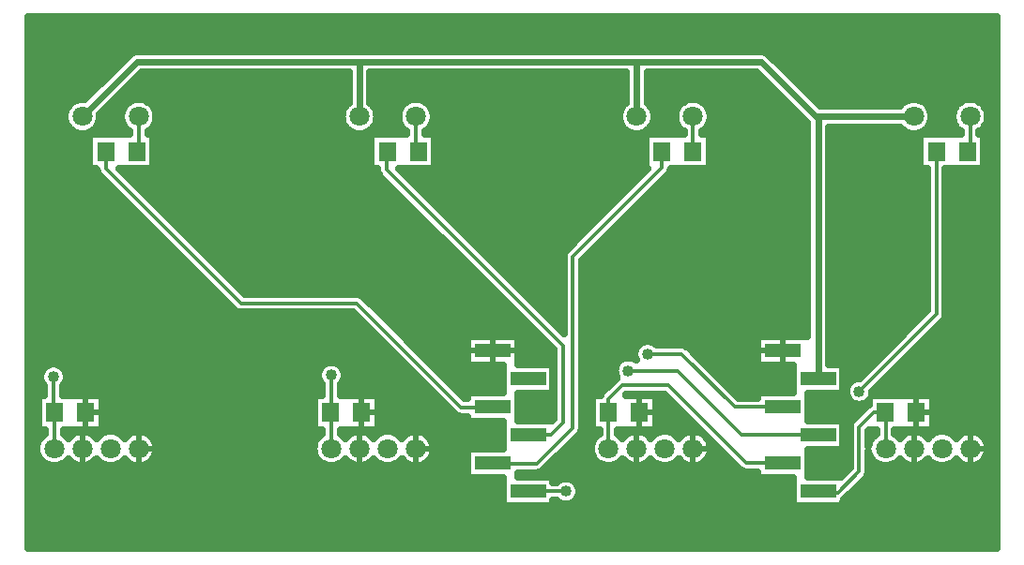
<source format=gbr>
G04 DipTrace 3.3.1.3*
G04 Bottom.gbr*
%MOIN*%
G04 #@! TF.FileFunction,Copper,L2,Bot*
G04 #@! TF.Part,Single*
G04 #@! TA.AperFunction,Conductor*
%ADD13C,0.012*%
%ADD14C,0.022*%
G04 #@! TA.AperFunction,CopperBalancing*
%ADD15C,0.025*%
%ADD16C,0.02*%
%ADD18R,0.125197X0.05*%
%ADD33R,0.062992X0.070866*%
G04 #@! TA.AperFunction,ComponentPad*
%ADD35C,0.070866*%
G04 #@! TA.AperFunction,ViaPad*
%ADD36C,0.04*%
%FSLAX26Y26*%
G04*
G70*
G90*
G75*
G01*
G04 Bottom*
%LPD*%
X918701Y1843701D2*
D13*
Y1784381D1*
X1398341Y1304740D1*
X1810181D1*
X2181461Y933461D1*
X2291340D1*
X2293706Y935827D1*
X2418903Y835827D2*
X2498786D1*
X2543381Y880421D1*
Y1151861D1*
X1916261Y1778980D1*
Y1841261D1*
X1918701Y1843701D1*
X2893701D2*
Y1786101D1*
X2577701Y1470101D1*
Y861701D1*
X2449781Y733781D1*
X2295752D1*
X2293706Y735827D1*
X3868701Y1843701D2*
Y1265062D1*
X3594820Y991181D1*
X2552740Y635501D2*
X2418577D1*
X2418903Y635827D1*
X3323228Y935827D2*
X3152535D1*
X2964581Y1123781D1*
X2842900D1*
X733781Y1042661D2*
Y911906D1*
X737451Y915576D1*
X735827Y787402D2*
Y913951D1*
X737451Y915576D1*
X3448425Y835827D2*
X3177655D1*
X2948980Y1064501D1*
X2774261D1*
X1719701Y1048900D2*
Y917618D1*
X1717659Y915576D1*
X1720079Y787402D2*
Y913156D1*
X1717659Y915576D1*
X2704118D2*
Y963159D1*
X2753980Y1013021D1*
X2916220D1*
X3192341Y736900D1*
X3322155D1*
X3323228Y735827D1*
X2704331Y787402D2*
Y915364D1*
X2704118Y915576D1*
X3687451D2*
X3645576D1*
X3594820Y864820D1*
Y705699D1*
X3519941Y630820D1*
X3453432D1*
X3448425Y635827D1*
X3688583Y787402D2*
Y914445D1*
X3687451Y915576D1*
X3448425Y1035827D2*
D14*
Y1961375D1*
X3441298Y1968503D1*
X3247059Y2162741D1*
X2804331D1*
X1820079D1*
X1030066D1*
X835827Y1968503D1*
X1820079D2*
Y2162741D1*
X2804331Y1968503D2*
Y2162741D1*
X3788583Y1968503D2*
X3441298D1*
X1035827Y1968504D2*
D13*
Y1850591D1*
X1028937Y1843701D1*
X2020079Y1968504D2*
Y1852559D1*
X2028937Y1843701D1*
X3004331Y1968504D2*
Y1844094D1*
X3003937Y1843701D1*
X3988583Y1968504D2*
Y1853346D1*
X3978937Y1843701D1*
D36*
X3594820Y991181D3*
X2552740Y635501D3*
X2842900Y1123781D3*
X733781Y1042661D3*
X2774261Y1064501D3*
X1719701Y1048900D3*
X644939Y2297277D2*
D15*
X4079474D1*
X644939Y2272408D2*
X4079474D1*
X644939Y2247539D2*
X4079474D1*
X644939Y2222671D2*
X4079474D1*
X644939Y2197802D2*
X1014283D1*
X3262834D2*
X4079474D1*
X644939Y2172933D2*
X984750D1*
X3292403D2*
X4079474D1*
X644939Y2148064D2*
X959883D1*
X3317270D2*
X4079474D1*
X644939Y2123196D2*
X935015D1*
X1046053D2*
X1780087D1*
X1860085D2*
X2764355D1*
X2844317D2*
X3231100D1*
X3342138D2*
X4079474D1*
X644939Y2098327D2*
X910111D1*
X1021185D2*
X1780087D1*
X1860085D2*
X2764355D1*
X2844317D2*
X3255968D1*
X3367006D2*
X4079474D1*
X644939Y2073458D2*
X885243D1*
X996317D2*
X1780087D1*
X1860085D2*
X2764355D1*
X2844317D2*
X3280836D1*
X3391874D2*
X4079474D1*
X644939Y2048589D2*
X860376D1*
X971449D2*
X1780087D1*
X1860085D2*
X2764355D1*
X2844317D2*
X3305704D1*
X3416741D2*
X4079474D1*
X644939Y2023720D2*
X805294D1*
X946582D2*
X1005276D1*
X1066363D2*
X1780087D1*
X1860085D2*
X1989543D1*
X2050595D2*
X2764355D1*
X2844317D2*
X2973811D1*
X3034862D2*
X3330571D1*
X3441609D2*
X3758060D1*
X3819111D2*
X3958042D1*
X4019129D2*
X4079474D1*
X644939Y1998852D2*
X779349D1*
X921714D2*
X979332D1*
X1092307D2*
X1763617D1*
X1876556D2*
X1963599D1*
X2076575D2*
X2747848D1*
X2860824D2*
X2947867D1*
X3060806D2*
X3355439D1*
X3845055D2*
X3932098D1*
X4045074D2*
X4079474D1*
X644939Y1973983D2*
X771634D1*
X900004D2*
X971653D1*
X1100022D2*
X1755902D1*
X1884271D2*
X1955884D1*
X2084254D2*
X2740133D1*
X2868503D2*
X2940151D1*
X3068521D2*
X3380307D1*
X3852770D2*
X3924383D1*
X4052753D2*
X4079474D1*
X644939Y1949114D2*
X774505D1*
X897133D2*
X974523D1*
X1097152D2*
X1758772D1*
X1881401D2*
X1958755D1*
X2081383D2*
X2743004D1*
X2865632D2*
X2943022D1*
X3065651D2*
X3405175D1*
X3849899D2*
X3927254D1*
X4049882D2*
X4079474D1*
X644939Y1924245D2*
X790007D1*
X881631D2*
X990025D1*
X1081650D2*
X1774274D1*
X1865899D2*
X1974257D1*
X2065881D2*
X2758506D1*
X2850130D2*
X2958524D1*
X3050149D2*
X3408440D1*
X3488402D2*
X3742773D1*
X3834397D2*
X3942756D1*
X4034380D2*
X4079474D1*
X644939Y1899377D2*
X858223D1*
X1089437D2*
X1858207D1*
X2089421D2*
X2833217D1*
X3064430D2*
X3408440D1*
X3488402D2*
X3808226D1*
X4039440D2*
X4079474D1*
X644939Y1874508D2*
X858223D1*
X1089437D2*
X1858207D1*
X2089421D2*
X2833217D1*
X3064430D2*
X3408440D1*
X3488402D2*
X3808226D1*
X4039440D2*
X4079474D1*
X644939Y1849639D2*
X858223D1*
X1089437D2*
X1858207D1*
X2089421D2*
X2833217D1*
X3064430D2*
X3408440D1*
X3488402D2*
X3808226D1*
X4039440D2*
X4079474D1*
X644939Y1824770D2*
X858223D1*
X1089437D2*
X1858207D1*
X2089421D2*
X2833217D1*
X3064430D2*
X3408440D1*
X3488402D2*
X3808226D1*
X4039440D2*
X4079474D1*
X644939Y1799902D2*
X858223D1*
X1089437D2*
X1858207D1*
X2089421D2*
X2833217D1*
X3064430D2*
X3408440D1*
X3488402D2*
X3808226D1*
X4039440D2*
X4079474D1*
X644939Y1775033D2*
X885100D1*
X976509D2*
X1881496D1*
X1968671D2*
X2834185D1*
X2926743D2*
X3408440D1*
X3488402D2*
X3833704D1*
X3903690D2*
X4079474D1*
X644939Y1750164D2*
X904477D1*
X1001377D2*
X1896639D1*
X1993539D2*
X2809318D1*
X2906217D2*
X3408440D1*
X3488402D2*
X3833704D1*
X3903690D2*
X4079474D1*
X644939Y1725295D2*
X929345D1*
X1026245D2*
X1921507D1*
X2018406D2*
X2784450D1*
X2881349D2*
X3408440D1*
X3488402D2*
X3833704D1*
X3903690D2*
X4079474D1*
X644939Y1700427D2*
X954213D1*
X1051112D2*
X1946375D1*
X2043274D2*
X2759582D1*
X2856482D2*
X3408440D1*
X3488402D2*
X3833704D1*
X3903690D2*
X4079474D1*
X644939Y1675558D2*
X979081D1*
X1075980D2*
X1971243D1*
X2068142D2*
X2734714D1*
X2831614D2*
X3408440D1*
X3488402D2*
X3833704D1*
X3903690D2*
X4079474D1*
X644939Y1650689D2*
X1003948D1*
X1100848D2*
X1996110D1*
X2093010D2*
X2709847D1*
X2806746D2*
X3408440D1*
X3488402D2*
X3833704D1*
X3903690D2*
X4079474D1*
X644939Y1625820D2*
X1028816D1*
X1125716D2*
X2020978D1*
X2117877D2*
X2684979D1*
X2781878D2*
X3408440D1*
X3488402D2*
X3833704D1*
X3903690D2*
X4079474D1*
X644939Y1600951D2*
X1053684D1*
X1150583D2*
X2045846D1*
X2142745D2*
X2660111D1*
X2757011D2*
X3408440D1*
X3488402D2*
X3833704D1*
X3903690D2*
X4079474D1*
X644939Y1576083D2*
X1078552D1*
X1175451D2*
X2070713D1*
X2167613D2*
X2635243D1*
X2732143D2*
X3408440D1*
X3488402D2*
X3833704D1*
X3903690D2*
X4079474D1*
X644939Y1551214D2*
X1103419D1*
X1200319D2*
X2095581D1*
X2192481D2*
X2610376D1*
X2707275D2*
X3408440D1*
X3488402D2*
X3833704D1*
X3903690D2*
X4079474D1*
X644939Y1526345D2*
X1128287D1*
X1225186D2*
X2120449D1*
X2217348D2*
X2585508D1*
X2682407D2*
X3408440D1*
X3488402D2*
X3833704D1*
X3903690D2*
X4079474D1*
X644939Y1501476D2*
X1153155D1*
X1250054D2*
X2145317D1*
X2242216D2*
X2560640D1*
X2657540D2*
X3408440D1*
X3488402D2*
X3833704D1*
X3903690D2*
X4079474D1*
X644939Y1476608D2*
X1178023D1*
X1274922D2*
X2170184D1*
X2267084D2*
X2543380D1*
X2632672D2*
X3408440D1*
X3488402D2*
X3833704D1*
X3903690D2*
X4079474D1*
X644939Y1451739D2*
X1202890D1*
X1299790D2*
X2195052D1*
X2291952D2*
X2542698D1*
X2612684D2*
X3408440D1*
X3488402D2*
X3833704D1*
X3903690D2*
X4079474D1*
X644939Y1426870D2*
X1227758D1*
X1324657D2*
X2219920D1*
X2316819D2*
X2542698D1*
X2612684D2*
X3408440D1*
X3488402D2*
X3833704D1*
X3903690D2*
X4079474D1*
X644939Y1402001D2*
X1252626D1*
X1349525D2*
X2244788D1*
X2341687D2*
X2542698D1*
X2612684D2*
X3408440D1*
X3488402D2*
X3833704D1*
X3903690D2*
X4079474D1*
X644939Y1377133D2*
X1277494D1*
X1374393D2*
X2269655D1*
X2366555D2*
X2542698D1*
X2612684D2*
X3408440D1*
X3488402D2*
X3833704D1*
X3903690D2*
X4079474D1*
X644939Y1352264D2*
X1302361D1*
X1399261D2*
X2294523D1*
X2391423D2*
X2542698D1*
X2612684D2*
X3408440D1*
X3488402D2*
X3833704D1*
X3903690D2*
X4079474D1*
X644939Y1327395D2*
X1327229D1*
X1835971D2*
X2319391D1*
X2416290D2*
X2542698D1*
X2612684D2*
X3408440D1*
X3488402D2*
X3833704D1*
X3903690D2*
X4079474D1*
X644939Y1302526D2*
X1352097D1*
X1860839D2*
X2344259D1*
X2441158D2*
X2542698D1*
X2612684D2*
X3408440D1*
X3488402D2*
X3833704D1*
X3903690D2*
X4079474D1*
X644939Y1277657D2*
X1377897D1*
X1885707D2*
X2369126D1*
X2466026D2*
X2542698D1*
X2612684D2*
X3408440D1*
X3488402D2*
X3832842D1*
X3903690D2*
X4079474D1*
X644939Y1252789D2*
X1813675D1*
X1910574D2*
X2393994D1*
X2490894D2*
X2542698D1*
X2612684D2*
X3408440D1*
X3488402D2*
X3807975D1*
X3901286D2*
X4079474D1*
X644939Y1227920D2*
X1838543D1*
X1935442D2*
X2418862D1*
X2515761D2*
X2542698D1*
X2612684D2*
X3408440D1*
X3488402D2*
X3783107D1*
X3880006D2*
X4079474D1*
X644939Y1203051D2*
X1863411D1*
X1960310D2*
X2443730D1*
X2612684D2*
X3408440D1*
X3488402D2*
X3758239D1*
X3855139D2*
X4079474D1*
X644939Y1178182D2*
X1888278D1*
X1985178D2*
X2202121D1*
X2385286D2*
X2468597D1*
X2612684D2*
X3231639D1*
X3488402D2*
X3733371D1*
X3830271D2*
X4079474D1*
X644939Y1153314D2*
X1913146D1*
X2010045D2*
X2202121D1*
X2385286D2*
X2493465D1*
X2612684D2*
X2804509D1*
X2980641D2*
X3231639D1*
X3488402D2*
X3708504D1*
X3805403D2*
X4079474D1*
X644939Y1128445D2*
X1938014D1*
X2034913D2*
X2202121D1*
X2385286D2*
X2508393D1*
X2612684D2*
X2794139D1*
X3008379D2*
X3231639D1*
X3488402D2*
X3683636D1*
X3780535D2*
X4079474D1*
X644939Y1103576D2*
X1962882D1*
X2059781D2*
X2202121D1*
X2385286D2*
X2508393D1*
X2612684D2*
X2746556D1*
X3033247D2*
X3231639D1*
X3488402D2*
X3658768D1*
X3755668D2*
X4079474D1*
X644939Y1078707D2*
X701911D1*
X765654D2*
X1681514D1*
X1757887D2*
X1987749D1*
X2084649D2*
X2327321D1*
X2612684D2*
X2727502D1*
X3058115D2*
X3356839D1*
X3540004D2*
X3633900D1*
X3730800D2*
X4079474D1*
X644939Y1053839D2*
X686158D1*
X781407D2*
X1670964D1*
X1768437D2*
X2012617D1*
X2109516D2*
X2327321D1*
X2612684D2*
X2726497D1*
X3082983D2*
X3356839D1*
X3540004D2*
X3609033D1*
X3705932D2*
X4079474D1*
X644939Y1028970D2*
X686840D1*
X780725D2*
X1675198D1*
X1764203D2*
X2037485D1*
X2134420D2*
X2327321D1*
X2612684D2*
X2721473D1*
X3107850D2*
X3356839D1*
X3540004D2*
X3565254D1*
X3681064D2*
X4079474D1*
X644939Y1004101D2*
X698789D1*
X768776D2*
X1684707D1*
X1754694D2*
X2062352D1*
X2159288D2*
X2327321D1*
X2612684D2*
X2696605D1*
X3132718D2*
X3356839D1*
X3656197D2*
X4079474D1*
X644939Y979232D2*
X698789D1*
X768776D2*
X1684707D1*
X1754694D2*
X2087220D1*
X2184155D2*
X2202121D1*
X2385286D2*
X2508393D1*
X2612684D2*
X2673388D1*
X2768637D2*
X2901576D1*
X3157586D2*
X3231639D1*
X3414804D2*
X3547384D1*
X3642238D2*
X4079474D1*
X644939Y954364D2*
X676972D1*
X908186D2*
X1657184D1*
X1888398D2*
X2112124D1*
X2385286D2*
X2508393D1*
X2612684D2*
X2643640D1*
X2874854D2*
X2926444D1*
X3414804D2*
X3563926D1*
X3858189D2*
X4079474D1*
X644939Y929495D2*
X676972D1*
X908186D2*
X1657184D1*
X1888398D2*
X2136992D1*
X2385286D2*
X2508393D1*
X2612684D2*
X2643640D1*
X2874854D2*
X2951311D1*
X3414804D2*
X3611042D1*
X3858189D2*
X4079474D1*
X644939Y904626D2*
X676972D1*
X908186D2*
X1657184D1*
X1888398D2*
X2163976D1*
X2385286D2*
X2508393D1*
X2612684D2*
X2643640D1*
X2874854D2*
X2976179D1*
X3414804D2*
X3586174D1*
X3858189D2*
X4079474D1*
X644939Y879757D2*
X676972D1*
X908186D2*
X1657184D1*
X1888398D2*
X2327321D1*
X2612684D2*
X2643640D1*
X2874854D2*
X3001047D1*
X3540004D2*
X3563460D1*
X3858189D2*
X4079474D1*
X644939Y854888D2*
X676972D1*
X908186D2*
X1657184D1*
X1888398D2*
X2327321D1*
X2611967D2*
X2643640D1*
X2874854D2*
X3025915D1*
X3540004D2*
X3559835D1*
X3858189D2*
X4079474D1*
X644939Y830020D2*
X688383D1*
X1083265D2*
X1672650D1*
X2067496D2*
X2327321D1*
X2594455D2*
X2656918D1*
X3540004D2*
X3559835D1*
X4035995D2*
X4079474D1*
X644939Y805151D2*
X673993D1*
X1097654D2*
X1658261D1*
X2081921D2*
X2327321D1*
X2569588D2*
X2642492D1*
X3540004D2*
X3559835D1*
X4050420D2*
X4079474D1*
X644939Y780282D2*
X671804D1*
X1099843D2*
X1656072D1*
X2084110D2*
X2202121D1*
X2544720D2*
X2640303D1*
X3068342D2*
X3100518D1*
X3414804D2*
X3559835D1*
X4052609D2*
X4079474D1*
X644939Y755413D2*
X680309D1*
X1091338D2*
X1664540D1*
X2075606D2*
X2202121D1*
X2519852D2*
X2648808D1*
X3059837D2*
X3125386D1*
X3414804D2*
X3559835D1*
X4044105D2*
X4079474D1*
X644939Y730545D2*
X708801D1*
X762855D2*
X808774D1*
X862864D2*
X908784D1*
X962873D2*
X1008793D1*
X1062846D2*
X1693032D1*
X1747122D2*
X1793042D1*
X1847131D2*
X1893051D1*
X1947105D2*
X1993060D1*
X2047114D2*
X2202121D1*
X2494984D2*
X2677300D1*
X2731353D2*
X2777309D1*
X2831363D2*
X2877282D1*
X2931372D2*
X2977292D1*
X3031381D2*
X3150253D1*
X3414804D2*
X3559835D1*
X3629822D2*
X3661531D1*
X3715621D2*
X3761540D1*
X3815630D2*
X3861550D1*
X3915603D2*
X3961559D1*
X4015613D2*
X4079474D1*
X644939Y705676D2*
X2202121D1*
X2468574D2*
X3180863D1*
X3414804D2*
X3546343D1*
X3629822D2*
X4079474D1*
X644939Y680807D2*
X2327321D1*
X2510486D2*
X2539792D1*
X2565676D2*
X3356839D1*
X3618375D2*
X4079474D1*
X644939Y655938D2*
X2327321D1*
X2597003D2*
X3356839D1*
X3593507D2*
X4079474D1*
X644939Y631070D2*
X2327321D1*
X2601524D2*
X3356839D1*
X3568639D2*
X4079474D1*
X644939Y606201D2*
X2327321D1*
X2591333D2*
X3356839D1*
X3543628D2*
X4079474D1*
X644939Y581332D2*
X4079474D1*
X644939Y556463D2*
X4079474D1*
X644939Y531594D2*
X4079474D1*
X644939Y506726D2*
X4079474D1*
X644939Y481857D2*
X4079474D1*
X644939Y456988D2*
X4079474D1*
X3412336Y687319D2*
X3530466D1*
X3562303Y719134D1*
X3562428Y867370D1*
X3563226Y872405D1*
X3564801Y877254D1*
X3567116Y881797D1*
X3570113Y885922D1*
X3617315Y933266D1*
X3624474Y940283D1*
X3628608Y943285D1*
X3629463Y945514D1*
Y960191D1*
X3625014Y955828D1*
X3619112Y951540D1*
X3612612Y948228D1*
X3605674Y945974D1*
X3598468Y944832D1*
X3591172D1*
X3583967Y945974D1*
X3577028Y948228D1*
X3570528Y951540D1*
X3564626Y955828D1*
X3559467Y960987D1*
X3555179Y966889D1*
X3551867Y973389D1*
X3549613Y980328D1*
X3548471Y987533D1*
Y994829D1*
X3549613Y1002034D1*
X3551867Y1008973D1*
X3555179Y1015473D1*
X3559467Y1021375D1*
X3564626Y1026534D1*
X3570528Y1030822D1*
X3577028Y1034134D1*
X3583967Y1036389D1*
X3591172Y1037530D1*
X3595347Y1037653D1*
X3836216Y1278528D1*
X3836209Y1781758D1*
X3810713Y1781776D1*
Y1905626D1*
X3956080D1*
X3956090Y1915821D1*
X3948365Y1921416D1*
X3941494Y1928287D1*
X3935783Y1936148D1*
X3931371Y1944806D1*
X3928368Y1954048D1*
X3926848Y1963645D1*
Y1973363D1*
X3928368Y1982960D1*
X3931371Y1992202D1*
X3935783Y2000860D1*
X3941494Y2008721D1*
X3948365Y2015592D1*
X3956227Y2021304D1*
X3964885Y2025715D1*
X3974127Y2028718D1*
X3983724Y2030238D1*
X3993441D1*
X4003039Y2028718D1*
X4012280Y2025715D1*
X4020939Y2021304D1*
X4028800Y2015592D1*
X4035671Y2008721D1*
X4041383Y2000860D1*
X4045794Y1992202D1*
X4048797Y1982960D1*
X4050317Y1973363D1*
Y1963645D1*
X4048797Y1954048D1*
X4045794Y1944806D1*
X4041383Y1936148D1*
X4035671Y1928287D1*
X4028800Y1921416D1*
X4021081Y1915799D1*
X4021075Y1905599D1*
X4036925Y1905626D1*
Y1781776D1*
X3901175D1*
X3901093Y1262512D1*
X3900295Y1257477D1*
X3898720Y1252627D1*
X3896405Y1248085D1*
X3893408Y1243960D1*
X3846206Y1196616D1*
X3641311Y991721D1*
X3640740Y983908D1*
X3639234Y977514D1*
X3855676Y977501D1*
Y853651D1*
X3721074D1*
X3721075Y840129D1*
X3728800Y834490D1*
X3735671Y827619D1*
X3738575Y823935D1*
X3743065Y829388D1*
X3748357Y834482D1*
X3754214Y838914D1*
X3760554Y842621D1*
X3767289Y845551D1*
X3774324Y847663D1*
X3781559Y848927D1*
X3788893Y849326D1*
X3796223Y848854D1*
X3803445Y847517D1*
X3810458Y845334D1*
X3817163Y842337D1*
X3823466Y838567D1*
X3829279Y834077D1*
X3834519Y828930D1*
X3838575Y823935D1*
X3844795Y831189D1*
X3852184Y837500D1*
X3860469Y842577D1*
X3869447Y846296D1*
X3878895Y848564D1*
X3888583Y849327D1*
X3898270Y848564D1*
X3907719Y846296D1*
X3916696Y842577D1*
X3924981Y837500D1*
X3932370Y831189D1*
X3938575Y823935D1*
X3943065Y829388D1*
X3948357Y834482D1*
X3954214Y838914D1*
X3960554Y842621D1*
X3967289Y845551D1*
X3974324Y847663D1*
X3981559Y848927D1*
X3988893Y849326D1*
X3996223Y848854D1*
X4003445Y847517D1*
X4010458Y845334D1*
X4017163Y842337D1*
X4023466Y838567D1*
X4029279Y834077D1*
X4034519Y828930D1*
X4039113Y823199D1*
X4042995Y816965D1*
X4046113Y810314D1*
X4048421Y803342D1*
X4049888Y796145D1*
X4050492Y788825D1*
X4050263Y781897D1*
X4049177Y774633D1*
X4047239Y767548D1*
X4044476Y760743D1*
X4040927Y754313D1*
X4036641Y748348D1*
X4031679Y742933D1*
X4026111Y738143D1*
X4020015Y734047D1*
X4013476Y730700D1*
X4006588Y728152D1*
X3999446Y726437D1*
X3992152Y725579D1*
X3984807Y725592D1*
X3977515Y726473D1*
X3970379Y728212D1*
X3963500Y730784D1*
X3956973Y734152D1*
X3950890Y738269D1*
X3945338Y743077D1*
X3940394Y748509D1*
X3938585Y750875D1*
X3932370Y743614D1*
X3924981Y737303D1*
X3916696Y732226D1*
X3907719Y728507D1*
X3898270Y726239D1*
X3888583Y725476D1*
X3878895Y726239D1*
X3869447Y728507D1*
X3860469Y732226D1*
X3852184Y737303D1*
X3844795Y743614D1*
X3838590Y750869D1*
X3834240Y745567D1*
X3828966Y740456D1*
X3823124Y736005D1*
X3816795Y732276D1*
X3810070Y729324D1*
X3803043Y727188D1*
X3795812Y725900D1*
X3788479Y725476D1*
X3781148Y725924D1*
X3773922Y727237D1*
X3766901Y729396D1*
X3760186Y732371D1*
X3753870Y736120D1*
X3748043Y740591D1*
X3742786Y745720D1*
X3738585Y750875D1*
X3732370Y743614D1*
X3724981Y737303D1*
X3716696Y732226D1*
X3707719Y728507D1*
X3698270Y726239D1*
X3688583Y725476D1*
X3678895Y726239D1*
X3669447Y728507D1*
X3660469Y732226D1*
X3652184Y737303D1*
X3644795Y743614D1*
X3638484Y751003D1*
X3633407Y759288D1*
X3629688Y768266D1*
X3627420Y777714D1*
X3627312Y763770D1*
X3627212Y703150D1*
X3626415Y698114D1*
X3624839Y693265D1*
X3622524Y688722D1*
X3619527Y684597D1*
X3572326Y637254D1*
X3541043Y606113D1*
X3539031Y604528D1*
X3537516Y595455D1*
Y584335D1*
X3359335D1*
Y684344D1*
X3234138Y684335D1*
Y704394D1*
X3189792Y704508D1*
X3184756Y705306D1*
X3179907Y706881D1*
X3175364Y709196D1*
X3171239Y712193D1*
X3123896Y759395D1*
X2902762Y980529D1*
X2767409D1*
X2767390Y977501D1*
X2872343D1*
Y853651D1*
X2736808D1*
X2736823Y840114D1*
X2744548Y834490D1*
X2751419Y827619D1*
X2754323Y823935D1*
X2758813Y829388D1*
X2764105Y834482D1*
X2769962Y838914D1*
X2776302Y842621D1*
X2783037Y845551D1*
X2790072Y847663D1*
X2797307Y848927D1*
X2804641Y849326D1*
X2811971Y848854D1*
X2819193Y847517D1*
X2826206Y845334D1*
X2832911Y842337D1*
X2839214Y838567D1*
X2845027Y834077D1*
X2850267Y828930D1*
X2854323Y823935D1*
X2860543Y831189D1*
X2867932Y837500D1*
X2876217Y842577D1*
X2885195Y846296D1*
X2894643Y848564D1*
X2904331Y849327D1*
X2914018Y848564D1*
X2923467Y846296D1*
X2932444Y842577D1*
X2940729Y837500D1*
X2948118Y831189D1*
X2954323Y823935D1*
X2958813Y829388D1*
X2964105Y834482D1*
X2969962Y838914D1*
X2976302Y842621D1*
X2983037Y845551D1*
X2990072Y847663D1*
X2997307Y848927D1*
X3004641Y849326D1*
X3011971Y848854D1*
X3019193Y847517D1*
X3026206Y845334D1*
X3032911Y842337D1*
X3039214Y838567D1*
X3045027Y834077D1*
X3050267Y828930D1*
X3054861Y823199D1*
X3058744Y816965D1*
X3061861Y810314D1*
X3064169Y803342D1*
X3065636Y796145D1*
X3066240Y788825D1*
X3066011Y781897D1*
X3064925Y774633D1*
X3062987Y767548D1*
X3060224Y760743D1*
X3056675Y754313D1*
X3052389Y748348D1*
X3047427Y742933D1*
X3041859Y738143D1*
X3035763Y734047D1*
X3029225Y730700D1*
X3022336Y728152D1*
X3015194Y726437D1*
X3007900Y725579D1*
X3000555Y725592D1*
X2993263Y726473D1*
X2986127Y728212D1*
X2979248Y730784D1*
X2972721Y734152D1*
X2966638Y738269D1*
X2961086Y743077D1*
X2956142Y748509D1*
X2954333Y750875D1*
X2948118Y743614D1*
X2940729Y737303D1*
X2932444Y732226D1*
X2923467Y728507D1*
X2914018Y726239D1*
X2904331Y725476D1*
X2894643Y726239D1*
X2885195Y728507D1*
X2876217Y732226D1*
X2867932Y737303D1*
X2860543Y743614D1*
X2854338Y750869D1*
X2849988Y745567D1*
X2844714Y740456D1*
X2838872Y736005D1*
X2832543Y732276D1*
X2825818Y729324D1*
X2818791Y727188D1*
X2811560Y725900D1*
X2804227Y725476D1*
X2796896Y725924D1*
X2789670Y727237D1*
X2782649Y729396D1*
X2775934Y732371D1*
X2769618Y736120D1*
X2763791Y740591D1*
X2758534Y745720D1*
X2754333Y750875D1*
X2748118Y743614D1*
X2740729Y737303D1*
X2732444Y732226D1*
X2723467Y728507D1*
X2714018Y726239D1*
X2704331Y725476D1*
X2694643Y726239D1*
X2685195Y728507D1*
X2676217Y732226D1*
X2667932Y737303D1*
X2660543Y743614D1*
X2654232Y751003D1*
X2649155Y759288D1*
X2645436Y768266D1*
X2643168Y777714D1*
X2642406Y787402D1*
X2643168Y797089D1*
X2645436Y806538D1*
X2649155Y815515D1*
X2654232Y823800D1*
X2660543Y831189D1*
X2667932Y837500D1*
X2671833Y840107D1*
X2671839Y853680D1*
X2646130Y853651D1*
Y977501D1*
X2674945D1*
X2677831Y982257D1*
X2681143Y986134D1*
X2732878Y1037728D1*
X2734890Y1039313D1*
X2732836Y1043394D1*
X2730045Y1050134D1*
X2728341Y1057228D1*
X2727769Y1064501D1*
X2728341Y1071774D1*
X2730045Y1078868D1*
X2732836Y1085608D1*
X2736648Y1091829D1*
X2741386Y1097376D1*
X2746934Y1102114D1*
X2753154Y1105926D1*
X2759894Y1108718D1*
X2766988Y1110421D1*
X2774261Y1110993D1*
X2781534Y1110421D1*
X2788628Y1108718D1*
X2795368Y1105926D1*
X2801891Y1101876D1*
X2798684Y1109414D1*
X2796981Y1116508D1*
X2796408Y1123781D1*
X2796981Y1131054D1*
X2798684Y1138148D1*
X2801475Y1144888D1*
X2805287Y1151108D1*
X2810025Y1156656D1*
X2815573Y1161394D1*
X2821793Y1165206D1*
X2828533Y1167997D1*
X2835627Y1169701D1*
X2842900Y1170273D1*
X2850173Y1169701D1*
X2857267Y1167997D1*
X2864007Y1165206D1*
X2870228Y1161394D1*
X2876133Y1156268D1*
X2967131Y1156173D1*
X2972167Y1155375D1*
X2977016Y1153800D1*
X2981558Y1151485D1*
X2985683Y1148488D1*
X3033027Y1101286D1*
X3166012Y968301D1*
X3234172Y968319D1*
X3234138Y987319D1*
X3359338D1*
X3359335Y1084344D1*
X3234138Y1084335D1*
Y1187319D1*
X3410931D1*
X3410933Y1945814D1*
X3231511Y2125268D1*
X2841819Y2125249D1*
X2841823Y2017805D1*
X2848118Y2012290D1*
X2854429Y2004901D1*
X2859506Y1996616D1*
X2863225Y1987639D1*
X2865494Y1978190D1*
X2866256Y1968503D1*
X2865494Y1958815D1*
X2863225Y1949367D1*
X2859506Y1940389D1*
X2854429Y1932104D1*
X2848118Y1924715D1*
X2840729Y1918404D1*
X2832444Y1913327D1*
X2823467Y1909608D1*
X2814018Y1907340D1*
X2804331Y1906577D1*
X2794643Y1907340D1*
X2785195Y1909608D1*
X2776217Y1913327D1*
X2767932Y1918404D1*
X2760543Y1924715D1*
X2754232Y1932104D1*
X2749155Y1940389D1*
X2745436Y1949367D1*
X2743168Y1958815D1*
X2742406Y1968503D1*
X2743168Y1978190D1*
X2745436Y1987639D1*
X2749155Y1996616D1*
X2754232Y2004901D1*
X2760543Y2012290D1*
X2766843Y2017743D1*
X2766839Y2125281D1*
X1857598Y2125249D1*
X1857571Y2017805D1*
X1863866Y2012290D1*
X1870177Y2004901D1*
X1875254Y1996616D1*
X1878973Y1987639D1*
X1881242Y1978190D1*
X1882004Y1968503D1*
X1881242Y1958815D1*
X1878973Y1949367D1*
X1875254Y1940389D1*
X1870177Y1932104D1*
X1863866Y1924715D1*
X1856477Y1918404D1*
X1848192Y1913327D1*
X1839215Y1909608D1*
X1829766Y1907340D1*
X1820079Y1906577D1*
X1810392Y1907340D1*
X1800943Y1909608D1*
X1791965Y1913327D1*
X1783680Y1918404D1*
X1776291Y1924715D1*
X1769980Y1932104D1*
X1764903Y1940389D1*
X1761184Y1949367D1*
X1758916Y1958815D1*
X1758154Y1968503D1*
X1758916Y1978190D1*
X1761184Y1987639D1*
X1764903Y1996616D1*
X1769980Y2004901D1*
X1776291Y2012290D1*
X1782591Y2017743D1*
X1782587Y2125281D1*
X1045590Y2125249D1*
X897203Y1976857D1*
X897752Y1968503D1*
X896990Y1958815D1*
X894721Y1949367D1*
X891003Y1940389D1*
X885925Y1932104D1*
X879614Y1924715D1*
X872225Y1918404D1*
X863940Y1913327D1*
X854963Y1909608D1*
X845514Y1907340D1*
X835827Y1906577D1*
X826140Y1907340D1*
X816691Y1909608D1*
X807713Y1913327D1*
X799428Y1918404D1*
X792039Y1924715D1*
X785728Y1932104D1*
X780651Y1940389D1*
X776932Y1949367D1*
X774664Y1958815D1*
X773902Y1968503D1*
X774664Y1978190D1*
X776932Y1987639D1*
X780651Y1996616D1*
X785728Y2004901D1*
X792039Y2012290D1*
X799428Y2018601D1*
X807713Y2023678D1*
X816691Y2027397D1*
X826140Y2029665D1*
X835827Y2030428D1*
X844137Y2029828D1*
X1005716Y2191251D1*
X1010476Y2194709D1*
X1015718Y2197380D1*
X1021313Y2199198D1*
X1027124Y2200118D1*
X1075997Y2200234D1*
X3250001Y2200118D1*
X3255811Y2199198D1*
X3261407Y2197380D1*
X3266649Y2194709D1*
X3271408Y2191251D1*
X3306049Y2156774D1*
X3456846Y2005976D1*
X3739316Y2005995D1*
X3744795Y2012290D1*
X3752184Y2018601D1*
X3760469Y2023678D1*
X3769447Y2027397D1*
X3778895Y2029665D1*
X3788583Y2030428D1*
X3798270Y2029665D1*
X3807719Y2027397D1*
X3816696Y2023678D1*
X3824981Y2018601D1*
X3832370Y2012290D1*
X3838681Y2004901D1*
X3843758Y1996616D1*
X3847477Y1987639D1*
X3849745Y1978190D1*
X3850508Y1968503D1*
X3849745Y1958815D1*
X3847477Y1949367D1*
X3843758Y1940389D1*
X3838681Y1932104D1*
X3832370Y1924715D1*
X3824981Y1918404D1*
X3816696Y1913327D1*
X3807719Y1909608D1*
X3798270Y1907340D1*
X3788583Y1906577D1*
X3778895Y1907340D1*
X3769447Y1909608D1*
X3760469Y1913327D1*
X3752184Y1918404D1*
X3744795Y1924715D1*
X3739343Y1931015D1*
X3485900Y1931010D1*
X3485917Y1087344D1*
X3537516Y1087319D1*
Y984335D1*
X3412316D1*
X3412319Y887310D1*
X3537516Y887319D1*
Y784335D1*
X3412316D1*
X3412319Y687310D1*
X2382813Y687319D2*
X2507994D1*
Y667977D1*
X2519520Y667993D1*
X2525413Y673114D1*
X2531633Y676926D1*
X2538373Y679718D1*
X2545467Y681421D1*
X2552740Y681993D1*
X2560013Y681421D1*
X2567107Y679718D1*
X2573847Y676926D1*
X2580068Y673114D1*
X2585615Y668376D1*
X2590353Y662829D1*
X2594165Y656608D1*
X2596957Y649868D1*
X2598660Y642774D1*
X2599232Y635501D1*
X2598660Y628228D1*
X2596957Y621134D1*
X2594165Y614394D1*
X2590353Y608174D1*
X2585615Y602626D1*
X2580068Y597888D1*
X2573847Y594077D1*
X2567107Y591285D1*
X2560013Y589582D1*
X2552740Y589009D1*
X2545467Y589582D1*
X2538373Y591285D1*
X2531633Y594077D1*
X2525413Y597888D1*
X2519507Y603014D1*
X2507993Y603009D1*
X2507994Y584335D1*
X2329812D1*
Y684344D1*
X2204616Y684335D1*
Y787319D1*
X2329816D1*
X2329812Y884344D1*
X2204616Y884334D1*
Y900949D1*
X2178911Y901069D1*
X2173875Y901866D1*
X2169026Y903442D1*
X2164483Y905756D1*
X2160359Y908753D1*
X2113015Y955955D1*
X1796729Y1272242D1*
X1395792Y1272348D1*
X1390756Y1273146D1*
X1385907Y1274721D1*
X1381364Y1277036D1*
X1377239Y1280033D1*
X1329896Y1327235D1*
X893994Y1763279D1*
X890997Y1767403D1*
X888682Y1771946D1*
X887106Y1776795D1*
X886607Y1779308D1*
X884826Y1781775D1*
X860713D1*
Y1905626D1*
X1003335Y1905709D1*
Y1915792D1*
X995610Y1921416D1*
X988738Y1928287D1*
X983027Y1936148D1*
X978615Y1944806D1*
X975613Y1954048D1*
X974092Y1963645D1*
Y1973363D1*
X975613Y1982960D1*
X978615Y1992202D1*
X983027Y2000860D1*
X988738Y2008721D1*
X995610Y2015592D1*
X1003471Y2021304D1*
X1012129Y2025715D1*
X1021371Y2028718D1*
X1030968Y2030238D1*
X1040685D1*
X1050283Y2028718D1*
X1059525Y2025715D1*
X1068183Y2021304D1*
X1076044Y2015592D1*
X1082915Y2008721D1*
X1088627Y2000860D1*
X1093038Y1992202D1*
X1096041Y1982960D1*
X1097561Y1973363D1*
Y1963645D1*
X1096041Y1954048D1*
X1093038Y1944806D1*
X1088627Y1936148D1*
X1082915Y1928287D1*
X1076044Y1921416D1*
X1068325Y1915799D1*
X1068319Y1905599D1*
X1086925Y1905626D1*
Y1781775D1*
X967252D1*
X1411779Y1337253D1*
X1812730Y1337132D1*
X1817766Y1336335D1*
X1822615Y1334759D1*
X1827158Y1332444D1*
X1831283Y1329447D1*
X1878627Y1282246D1*
X2194913Y965959D1*
X2204606Y965953D1*
X2204616Y987319D1*
X2329816D1*
X2329813Y1084344D1*
X2204616Y1084334D1*
Y1187319D1*
X2382797D1*
Y1087324D1*
X2507994Y1087319D1*
Y984334D1*
X2382794D1*
X2382797Y887310D1*
X2504317Y887319D1*
X2510903Y893894D1*
X2510888Y1138393D1*
X1891554Y1757878D1*
X1888557Y1762003D1*
X1886242Y1766546D1*
X1884667Y1771395D1*
X1883869Y1776431D1*
X1883769Y1781743D1*
X1860713Y1781775D1*
Y1905626D1*
X1987563D1*
X1987587Y1915823D1*
X1979862Y1921416D1*
X1972990Y1928287D1*
X1967279Y1936148D1*
X1962867Y1944806D1*
X1959865Y1954048D1*
X1958344Y1963645D1*
Y1973363D1*
X1959865Y1982960D1*
X1962867Y1992202D1*
X1967279Y2000860D1*
X1972990Y2008721D1*
X1979862Y2015592D1*
X1987723Y2021304D1*
X1996381Y2025715D1*
X2005623Y2028718D1*
X2015220Y2030238D1*
X2024937D1*
X2034535Y2028718D1*
X2043776Y2025715D1*
X2052435Y2021304D1*
X2060296Y2015592D1*
X2067167Y2008721D1*
X2072879Y2000860D1*
X2077290Y1992202D1*
X2080293Y1982960D1*
X2081813Y1973363D1*
Y1963645D1*
X2080293Y1954048D1*
X2077290Y1944806D1*
X2072879Y1936148D1*
X2067167Y1928287D1*
X2060296Y1921416D1*
X2052577Y1915799D1*
X2052571Y1905599D1*
X2086925Y1905626D1*
Y1781775D1*
X1959429D1*
X2545192Y1196000D1*
X2545309Y1472650D1*
X2546106Y1477686D1*
X2547682Y1482535D1*
X2549997Y1487078D1*
X2552994Y1491203D1*
X2600196Y1538547D1*
X2843405Y1781756D1*
X2835713Y1781776D1*
Y1905626D1*
X2971821D1*
X2971838Y1915755D1*
X2964114Y1921416D1*
X2957242Y1928287D1*
X2951531Y1936148D1*
X2947119Y1944806D1*
X2944117Y1954048D1*
X2942596Y1963645D1*
Y1973363D1*
X2944117Y1982960D1*
X2947119Y1992202D1*
X2951531Y2000860D1*
X2957242Y2008721D1*
X2964114Y2015592D1*
X2971975Y2021304D1*
X2980633Y2025715D1*
X2989875Y2028718D1*
X2999472Y2030238D1*
X3009189D1*
X3018787Y2028718D1*
X3028028Y2025715D1*
X3036687Y2021304D1*
X3044548Y2015592D1*
X3051419Y2008721D1*
X3057131Y2000860D1*
X3061542Y1992202D1*
X3064545Y1982960D1*
X3066065Y1973363D1*
Y1963645D1*
X3064545Y1954048D1*
X3061542Y1944806D1*
X3057131Y1936148D1*
X3051419Y1928287D1*
X3044548Y1921416D1*
X3036829Y1915799D1*
X3036823Y1905599D1*
X3061925Y1905626D1*
Y1781776D1*
X2925888D1*
X2924603Y1776060D1*
X2922652Y1771350D1*
X2919988Y1767003D1*
X2916669Y1763119D1*
X2610184Y1456634D1*
X2610093Y859152D1*
X2609295Y854116D1*
X2607720Y849267D1*
X2605405Y844724D1*
X2602408Y840599D1*
X2555206Y793255D1*
X2470883Y709074D1*
X2466758Y706077D1*
X2462215Y703762D1*
X2457366Y702186D1*
X2452330Y701389D1*
X2382785Y701289D1*
X2382797Y687310D1*
X985819Y750869D2*
X979614Y743614D1*
X972225Y737303D1*
X963940Y732226D1*
X954963Y728507D1*
X945514Y726239D1*
X935827Y725476D1*
X926140Y726239D1*
X916691Y728507D1*
X907713Y732226D1*
X899428Y737303D1*
X892039Y743614D1*
X885834Y750869D1*
X881484Y745567D1*
X876210Y740456D1*
X870368Y736005D1*
X864039Y732276D1*
X857314Y729324D1*
X850287Y727188D1*
X843056Y725900D1*
X835723Y725476D1*
X828392Y725924D1*
X821166Y727237D1*
X814145Y729396D1*
X807430Y732371D1*
X801114Y736120D1*
X795287Y740591D1*
X790030Y745720D1*
X785829Y750875D1*
X779614Y743614D1*
X772225Y737303D1*
X763940Y732226D1*
X754963Y728507D1*
X745514Y726239D1*
X735827Y725476D1*
X726140Y726239D1*
X716691Y728507D1*
X707713Y732226D1*
X699428Y737303D1*
X692039Y743614D1*
X685728Y751003D1*
X680651Y759288D1*
X676932Y768266D1*
X674664Y777714D1*
X673902Y787402D1*
X674664Y797089D1*
X676932Y806538D1*
X680651Y815515D1*
X685728Y823800D1*
X692039Y831189D1*
X699428Y837500D1*
X703329Y840107D1*
X703335Y853680D1*
X679464Y853651D1*
Y977501D1*
X701317D1*
X701289Y1009403D1*
X696168Y1015334D1*
X692356Y1021554D1*
X689564Y1028295D1*
X687861Y1035388D1*
X687289Y1042661D1*
X687861Y1049934D1*
X689564Y1057028D1*
X692356Y1063768D1*
X696168Y1069989D1*
X700906Y1075536D1*
X706453Y1080274D1*
X712674Y1084086D1*
X719414Y1086878D1*
X726508Y1088581D1*
X733781Y1089154D1*
X741054Y1088581D1*
X748148Y1086878D1*
X754888Y1084086D1*
X761108Y1080274D1*
X766656Y1075536D1*
X771394Y1069989D1*
X775206Y1063768D1*
X777997Y1057028D1*
X779701Y1049934D1*
X780273Y1042661D1*
X779701Y1035388D1*
X777997Y1028295D1*
X775206Y1021554D1*
X771394Y1015334D1*
X766268Y1009428D1*
X766273Y977532D1*
X905676Y977501D1*
Y853651D1*
X768347D1*
X768319Y840138D1*
X776044Y834490D1*
X782915Y827619D1*
X785819Y823935D1*
X790309Y829388D1*
X795601Y834482D1*
X801458Y838914D1*
X807799Y842621D1*
X814534Y845551D1*
X821568Y847663D1*
X828803Y848927D1*
X836137Y849326D1*
X843467Y848854D1*
X850689Y847517D1*
X857702Y845334D1*
X864407Y842337D1*
X870710Y838567D1*
X876523Y834077D1*
X881763Y828930D1*
X885819Y823935D1*
X892039Y831189D1*
X899428Y837500D1*
X907713Y842577D1*
X916691Y846296D1*
X926140Y848564D1*
X935827Y849327D1*
X945514Y848564D1*
X954963Y846296D1*
X963940Y842577D1*
X972225Y837500D1*
X979614Y831189D1*
X985819Y823935D1*
X990309Y829388D1*
X995601Y834482D1*
X1001458Y838914D1*
X1007799Y842621D1*
X1014534Y845551D1*
X1021568Y847663D1*
X1028803Y848927D1*
X1036137Y849326D1*
X1043467Y848854D1*
X1050689Y847517D1*
X1057702Y845334D1*
X1064407Y842337D1*
X1070710Y838567D1*
X1076523Y834077D1*
X1081763Y828930D1*
X1086357Y823199D1*
X1090240Y816965D1*
X1093357Y810314D1*
X1095665Y803342D1*
X1097132Y796145D1*
X1097736Y788825D1*
X1097507Y781897D1*
X1096421Y774633D1*
X1094483Y767548D1*
X1091720Y760743D1*
X1088171Y754313D1*
X1083885Y748348D1*
X1078923Y742933D1*
X1073355Y738143D1*
X1067259Y734047D1*
X1060721Y730700D1*
X1053832Y728152D1*
X1046690Y726437D1*
X1039396Y725579D1*
X1032051Y725592D1*
X1024759Y726473D1*
X1017624Y728212D1*
X1010744Y730784D1*
X1004217Y734152D1*
X998134Y738269D1*
X992582Y743077D1*
X987638Y748509D1*
X985829Y750875D1*
X1970071Y750869D2*
X1963866Y743614D1*
X1956477Y737303D1*
X1948192Y732226D1*
X1939215Y728507D1*
X1929766Y726239D1*
X1920079Y725476D1*
X1910392Y726239D1*
X1900943Y728507D1*
X1891965Y732226D1*
X1883680Y737303D1*
X1876291Y743614D1*
X1870086Y750869D1*
X1865736Y745567D1*
X1860462Y740456D1*
X1854620Y736005D1*
X1848291Y732276D1*
X1841566Y729324D1*
X1834539Y727188D1*
X1827308Y725900D1*
X1819975Y725476D1*
X1812644Y725924D1*
X1805418Y727237D1*
X1798397Y729396D1*
X1791682Y732371D1*
X1785366Y736120D1*
X1779539Y740591D1*
X1774282Y745720D1*
X1770081Y750875D1*
X1763866Y743614D1*
X1756477Y737303D1*
X1748192Y732226D1*
X1739215Y728507D1*
X1729766Y726239D1*
X1720079Y725476D1*
X1710392Y726239D1*
X1700943Y728507D1*
X1691965Y732226D1*
X1683680Y737303D1*
X1676291Y743614D1*
X1669980Y751003D1*
X1664903Y759288D1*
X1661184Y768266D1*
X1658916Y777714D1*
X1658154Y787402D1*
X1658916Y797089D1*
X1661184Y806538D1*
X1664903Y815515D1*
X1669980Y823800D1*
X1676291Y831189D1*
X1683680Y837500D1*
X1687581Y840107D1*
X1687587Y853680D1*
X1659671Y853651D1*
Y977501D1*
X1687194D1*
X1687209Y1015618D1*
X1682088Y1021573D1*
X1678276Y1027793D1*
X1675484Y1034533D1*
X1673781Y1041627D1*
X1673209Y1048900D1*
X1673781Y1056173D1*
X1675484Y1063267D1*
X1678276Y1070007D1*
X1682088Y1076228D1*
X1686826Y1081775D1*
X1692373Y1086513D1*
X1698594Y1090325D1*
X1705334Y1093117D1*
X1712428Y1094820D1*
X1719701Y1095392D1*
X1726974Y1094820D1*
X1734068Y1093117D1*
X1740808Y1090325D1*
X1747028Y1086513D1*
X1752576Y1081775D1*
X1757314Y1076228D1*
X1761126Y1070007D1*
X1763917Y1063267D1*
X1765621Y1056173D1*
X1766193Y1048900D1*
X1765621Y1041627D1*
X1763917Y1034533D1*
X1761126Y1027793D1*
X1757314Y1021573D1*
X1752188Y1015667D1*
X1752193Y977527D1*
X1885884Y977501D1*
Y853651D1*
X1752574D1*
X1752571Y840132D1*
X1760296Y834490D1*
X1767167Y827619D1*
X1770071Y823935D1*
X1774561Y829388D1*
X1779853Y834482D1*
X1785710Y838914D1*
X1792051Y842621D1*
X1798786Y845551D1*
X1805820Y847663D1*
X1813055Y848927D1*
X1820389Y849326D1*
X1827719Y848854D1*
X1834941Y847517D1*
X1841954Y845334D1*
X1848659Y842337D1*
X1854962Y838567D1*
X1860775Y834077D1*
X1866015Y828930D1*
X1870071Y823935D1*
X1876291Y831189D1*
X1883680Y837500D1*
X1891965Y842577D1*
X1900943Y846296D1*
X1910392Y848564D1*
X1920079Y849327D1*
X1929766Y848564D1*
X1939215Y846296D1*
X1948192Y842577D1*
X1956477Y837500D1*
X1963866Y831189D1*
X1970071Y823935D1*
X1974561Y829388D1*
X1979853Y834482D1*
X1985710Y838914D1*
X1992051Y842621D1*
X1998786Y845551D1*
X2005820Y847663D1*
X2013055Y848927D1*
X2020389Y849326D1*
X2027719Y848854D1*
X2034941Y847517D1*
X2041954Y845334D1*
X2048659Y842337D1*
X2054962Y838567D1*
X2060775Y834077D1*
X2066015Y828930D1*
X2070609Y823199D1*
X2074492Y816965D1*
X2077609Y810314D1*
X2079917Y803342D1*
X2081384Y796145D1*
X2081988Y788825D1*
X2081759Y781897D1*
X2080673Y774633D1*
X2078735Y767548D1*
X2075972Y760743D1*
X2072423Y754313D1*
X2068137Y748348D1*
X2063175Y742933D1*
X2057607Y738143D1*
X2051511Y734047D1*
X2044973Y730700D1*
X2038084Y728152D1*
X2030942Y726437D1*
X2023648Y725579D1*
X2016303Y725592D1*
X2009011Y726473D1*
X2001875Y728212D1*
X1994996Y730784D1*
X1988469Y734152D1*
X1982386Y738269D1*
X1976834Y743077D1*
X1971890Y748509D1*
X1970081Y750875D1*
X3627310Y796165D2*
X3628368Y801858D1*
X3631371Y811099D1*
X3635783Y819757D1*
X3641494Y827619D1*
X3648365Y834490D1*
X3656085Y840107D1*
X3656090Y853680D1*
X3629577Y853626D1*
X3627319Y851368D1*
X3627312Y796389D1*
X642445Y433760D2*
X4082016D1*
X4081988Y2322153D1*
X642394Y2322146D1*
X642421Y433753D1*
X3323228Y1187283D2*
D16*
Y1084370D1*
X3234174Y1135827D2*
X3323228D1*
X2293706Y1187283D2*
Y1084370D1*
X2204652Y1135827D2*
X2382761D1*
X835827Y849291D2*
Y725512D1*
X1035827Y849291D2*
Y725512D1*
Y787402D2*
X1097716D1*
X847688Y977465D2*
Y853687D1*
Y915576D2*
X905640D1*
X1820079Y849291D2*
Y725512D1*
X2020079Y849291D2*
Y725512D1*
Y787402D2*
X2081968D1*
X1827895Y977465D2*
Y853687D1*
Y915576D2*
X1885848D1*
X2804331Y849291D2*
Y725512D1*
X3004331Y849291D2*
Y725512D1*
Y787402D2*
X3066220D1*
X2814354Y977465D2*
Y853687D1*
Y915576D2*
X2872307D1*
X3788583Y849291D2*
Y725512D1*
X3988583Y849291D2*
Y725512D1*
Y787402D2*
X4050472D1*
X3797688Y977465D2*
Y853687D1*
Y915576D2*
X3855640D1*
D18*
X3448425Y635827D3*
X3323228Y735827D3*
X3448425Y835827D3*
X3323228Y935827D3*
X3448425Y1035827D3*
X3323228Y1135827D3*
X2418903Y635827D3*
X2293706Y735827D3*
X2418903Y835827D3*
X2293706Y935827D3*
X2418903Y1035827D3*
X2293706Y1135827D3*
D33*
X918701Y1843701D3*
X1028937D3*
D35*
X935827Y787402D3*
X735827D3*
X835827D3*
X1035827D3*
X835827Y1968503D3*
X1035827Y1968504D3*
D33*
X847688Y915576D3*
X737451D3*
X1918701Y1843701D3*
X2028937D3*
D35*
X1920079Y787402D3*
X1720079D3*
X1820079D3*
X2020079D3*
X1820079Y1968503D3*
X2020079Y1968504D3*
D33*
X1827895Y915576D3*
X1717659D3*
X2893701Y1843701D3*
X3003937D3*
D35*
X2904331Y787402D3*
X2704331D3*
X2804331D3*
X3004331D3*
X2804331Y1968503D3*
X3004331Y1968504D3*
D33*
X2814354Y915576D3*
X2704118D3*
X3868701Y1843701D3*
X3978937D3*
D35*
X3888583Y787402D3*
X3688583D3*
X3788583D3*
X3988583D3*
X3788583Y1968503D3*
X3988583Y1968504D3*
D33*
X3797688Y915576D3*
X3687451D3*
M02*

</source>
